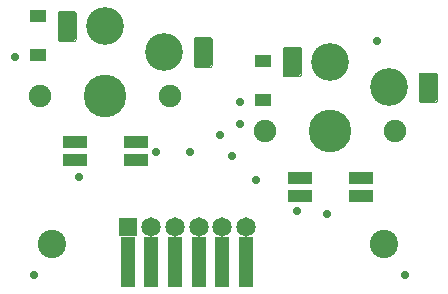
<source format=gbs>
G04 EAGLE Gerber RS-274X export*
G75*
%MOMM*%
%FSLAX34Y34*%
%LPD*%
%INSoldermask Bottom*%
%IPPOS*%
%AMOC8*
5,1,8,0,0,1.08239X$1,22.5*%
G01*
G04 Define Apertures*
%ADD10C,2.403200*%
%ADD11R,1.423200X1.113200*%
%ADD12R,2.003200X1.023200*%
%ADD13C,0.120000*%
%ADD14C,3.603200*%
%ADD15C,1.903200*%
%ADD16C,3.203200*%
%ADD17R,1.643200X1.643200*%
%ADD18C,1.643200*%
%ADD19R,1.203200X4.203200*%
%ADD20C,0.705600*%
G36*
X-120250Y69500D02*
X-120250Y48500D01*
X-122250Y46500D01*
X-133400Y46500D01*
X-135400Y48500D01*
X-135400Y69500D01*
X-133400Y71500D01*
X-122250Y71500D01*
X-120250Y69500D01*
G37*
G36*
X-5100Y47500D02*
X-5100Y26500D01*
X-7100Y24500D01*
X-18250Y24500D01*
X-20250Y26500D01*
X-20250Y47500D01*
X-18250Y49500D01*
X-7100Y49500D01*
X-5100Y47500D01*
G37*
G36*
X70250Y39500D02*
X70250Y18500D01*
X68250Y16500D01*
X57100Y16500D01*
X55100Y18500D01*
X55100Y39500D01*
X57100Y41500D01*
X68250Y41500D01*
X70250Y39500D01*
G37*
G36*
X185400Y17500D02*
X185400Y-3500D01*
X183400Y-5500D01*
X172250Y-5500D01*
X170250Y-3500D01*
X170250Y17500D01*
X172250Y19500D01*
X183400Y19500D01*
X185400Y17500D01*
G37*
D10*
X-140500Y-125250D03*
X140500Y-125250D03*
D11*
X-152400Y34450D03*
X-152400Y67150D03*
X38100Y-3650D03*
X38100Y29050D03*
D12*
X-121250Y-54500D03*
X-121250Y-39500D03*
X-69250Y-39500D03*
X-69250Y-54500D03*
X69250Y-84500D03*
X69250Y-69500D03*
X121250Y-69500D03*
X121250Y-84500D03*
D13*
X-5100Y26500D02*
X-5100Y47500D01*
X-7100Y49500D02*
X-18250Y49500D01*
X-18250Y24500D02*
X-7100Y24500D01*
X-20250Y26500D02*
X-20250Y47500D01*
X-120250Y48500D02*
X-120250Y69500D01*
X-122250Y71500D02*
X-133400Y71500D01*
X-133400Y46500D02*
X-122250Y46500D01*
X-135400Y48500D02*
X-135400Y69500D01*
X-7100Y24500D02*
X-7013Y24502D01*
X-6926Y24508D01*
X-6839Y24517D01*
X-6753Y24530D01*
X-6667Y24547D01*
X-6582Y24568D01*
X-6499Y24593D01*
X-6416Y24621D01*
X-6335Y24652D01*
X-6255Y24687D01*
X-6176Y24726D01*
X-6100Y24768D01*
X-6025Y24813D01*
X-5953Y24862D01*
X-5882Y24913D01*
X-5814Y24968D01*
X-5749Y25025D01*
X-5686Y25086D01*
X-5625Y25149D01*
X-5568Y25214D01*
X-5513Y25282D01*
X-5462Y25353D01*
X-5413Y25425D01*
X-5368Y25500D01*
X-5326Y25576D01*
X-5287Y25655D01*
X-5252Y25735D01*
X-5221Y25816D01*
X-5193Y25899D01*
X-5168Y25982D01*
X-5147Y26067D01*
X-5130Y26153D01*
X-5117Y26239D01*
X-5108Y26326D01*
X-5102Y26413D01*
X-5100Y26500D01*
X-5100Y47500D02*
X-5102Y47587D01*
X-5108Y47674D01*
X-5117Y47761D01*
X-5130Y47847D01*
X-5147Y47933D01*
X-5168Y48018D01*
X-5193Y48101D01*
X-5221Y48184D01*
X-5252Y48265D01*
X-5287Y48345D01*
X-5326Y48424D01*
X-5368Y48500D01*
X-5413Y48575D01*
X-5462Y48647D01*
X-5513Y48718D01*
X-5568Y48786D01*
X-5625Y48851D01*
X-5686Y48914D01*
X-5749Y48975D01*
X-5814Y49032D01*
X-5882Y49087D01*
X-5953Y49138D01*
X-6025Y49187D01*
X-6100Y49232D01*
X-6176Y49274D01*
X-6255Y49313D01*
X-6335Y49348D01*
X-6416Y49379D01*
X-6499Y49407D01*
X-6582Y49432D01*
X-6667Y49453D01*
X-6753Y49470D01*
X-6839Y49483D01*
X-6926Y49492D01*
X-7013Y49498D01*
X-7100Y49500D01*
X-20250Y26500D02*
X-20248Y26413D01*
X-20242Y26326D01*
X-20233Y26239D01*
X-20220Y26153D01*
X-20203Y26067D01*
X-20182Y25982D01*
X-20157Y25899D01*
X-20129Y25816D01*
X-20098Y25735D01*
X-20063Y25655D01*
X-20024Y25576D01*
X-19982Y25500D01*
X-19937Y25425D01*
X-19888Y25353D01*
X-19837Y25282D01*
X-19782Y25214D01*
X-19725Y25149D01*
X-19664Y25086D01*
X-19601Y25025D01*
X-19536Y24968D01*
X-19468Y24913D01*
X-19397Y24862D01*
X-19325Y24813D01*
X-19250Y24768D01*
X-19174Y24726D01*
X-19095Y24687D01*
X-19015Y24652D01*
X-18934Y24621D01*
X-18851Y24593D01*
X-18768Y24568D01*
X-18683Y24547D01*
X-18597Y24530D01*
X-18511Y24517D01*
X-18424Y24508D01*
X-18337Y24502D01*
X-18250Y24500D01*
X-20250Y47500D02*
X-20248Y47587D01*
X-20242Y47674D01*
X-20233Y47761D01*
X-20220Y47847D01*
X-20203Y47933D01*
X-20182Y48018D01*
X-20157Y48101D01*
X-20129Y48184D01*
X-20098Y48265D01*
X-20063Y48345D01*
X-20024Y48424D01*
X-19982Y48500D01*
X-19937Y48575D01*
X-19888Y48647D01*
X-19837Y48718D01*
X-19782Y48786D01*
X-19725Y48851D01*
X-19664Y48914D01*
X-19601Y48975D01*
X-19536Y49032D01*
X-19468Y49087D01*
X-19397Y49138D01*
X-19325Y49187D01*
X-19250Y49232D01*
X-19174Y49274D01*
X-19095Y49313D01*
X-19015Y49348D01*
X-18934Y49379D01*
X-18851Y49407D01*
X-18768Y49432D01*
X-18683Y49453D01*
X-18597Y49470D01*
X-18511Y49483D01*
X-18424Y49492D01*
X-18337Y49498D01*
X-18250Y49500D01*
X-120250Y48500D02*
X-120252Y48413D01*
X-120258Y48326D01*
X-120267Y48239D01*
X-120280Y48153D01*
X-120297Y48067D01*
X-120318Y47982D01*
X-120343Y47899D01*
X-120371Y47816D01*
X-120402Y47735D01*
X-120437Y47655D01*
X-120476Y47576D01*
X-120518Y47500D01*
X-120563Y47425D01*
X-120612Y47353D01*
X-120663Y47282D01*
X-120718Y47214D01*
X-120775Y47149D01*
X-120836Y47086D01*
X-120899Y47025D01*
X-120964Y46968D01*
X-121032Y46913D01*
X-121103Y46862D01*
X-121175Y46813D01*
X-121250Y46768D01*
X-121326Y46726D01*
X-121405Y46687D01*
X-121485Y46652D01*
X-121566Y46621D01*
X-121649Y46593D01*
X-121732Y46568D01*
X-121817Y46547D01*
X-121903Y46530D01*
X-121989Y46517D01*
X-122076Y46508D01*
X-122163Y46502D01*
X-122250Y46500D01*
X-120250Y69500D02*
X-120252Y69587D01*
X-120258Y69674D01*
X-120267Y69761D01*
X-120280Y69847D01*
X-120297Y69933D01*
X-120318Y70018D01*
X-120343Y70101D01*
X-120371Y70184D01*
X-120402Y70265D01*
X-120437Y70345D01*
X-120476Y70424D01*
X-120518Y70500D01*
X-120563Y70575D01*
X-120612Y70647D01*
X-120663Y70718D01*
X-120718Y70786D01*
X-120775Y70851D01*
X-120836Y70914D01*
X-120899Y70975D01*
X-120964Y71032D01*
X-121032Y71087D01*
X-121103Y71138D01*
X-121175Y71187D01*
X-121250Y71232D01*
X-121326Y71274D01*
X-121405Y71313D01*
X-121485Y71348D01*
X-121566Y71379D01*
X-121649Y71407D01*
X-121732Y71432D01*
X-121817Y71453D01*
X-121903Y71470D01*
X-121989Y71483D01*
X-122076Y71492D01*
X-122163Y71498D01*
X-122250Y71500D01*
X-135400Y48500D02*
X-135398Y48413D01*
X-135392Y48326D01*
X-135383Y48239D01*
X-135370Y48153D01*
X-135353Y48067D01*
X-135332Y47982D01*
X-135307Y47899D01*
X-135279Y47816D01*
X-135248Y47735D01*
X-135213Y47655D01*
X-135174Y47576D01*
X-135132Y47500D01*
X-135087Y47425D01*
X-135038Y47353D01*
X-134987Y47282D01*
X-134932Y47214D01*
X-134875Y47149D01*
X-134814Y47086D01*
X-134751Y47025D01*
X-134686Y46968D01*
X-134618Y46913D01*
X-134547Y46862D01*
X-134475Y46813D01*
X-134400Y46768D01*
X-134324Y46726D01*
X-134245Y46687D01*
X-134165Y46652D01*
X-134084Y46621D01*
X-134001Y46593D01*
X-133918Y46568D01*
X-133833Y46547D01*
X-133747Y46530D01*
X-133661Y46517D01*
X-133574Y46508D01*
X-133487Y46502D01*
X-133400Y46500D01*
X-135400Y69500D02*
X-135398Y69587D01*
X-135392Y69674D01*
X-135383Y69761D01*
X-135370Y69847D01*
X-135353Y69933D01*
X-135332Y70018D01*
X-135307Y70101D01*
X-135279Y70184D01*
X-135248Y70265D01*
X-135213Y70345D01*
X-135174Y70424D01*
X-135132Y70500D01*
X-135087Y70575D01*
X-135038Y70647D01*
X-134987Y70718D01*
X-134932Y70786D01*
X-134875Y70851D01*
X-134814Y70914D01*
X-134751Y70975D01*
X-134686Y71032D01*
X-134618Y71087D01*
X-134547Y71138D01*
X-134475Y71187D01*
X-134400Y71232D01*
X-134324Y71274D01*
X-134245Y71313D01*
X-134165Y71348D01*
X-134084Y71379D01*
X-134001Y71407D01*
X-133918Y71432D01*
X-133833Y71453D01*
X-133747Y71470D01*
X-133661Y71483D01*
X-133574Y71492D01*
X-133487Y71498D01*
X-133400Y71500D01*
D14*
X-95250Y0D03*
D15*
X-150250Y0D03*
X-40250Y0D03*
D16*
X-45250Y37000D03*
X-95250Y59000D03*
D13*
X185400Y17500D02*
X185400Y-3500D01*
X183400Y19500D02*
X172250Y19500D01*
X172250Y-5500D02*
X183400Y-5500D01*
X170250Y-3500D02*
X170250Y17500D01*
X70250Y18500D02*
X70250Y39500D01*
X68250Y41500D02*
X57100Y41500D01*
X57100Y16500D02*
X68250Y16500D01*
X55100Y18500D02*
X55100Y39500D01*
X183400Y-5500D02*
X183487Y-5498D01*
X183574Y-5492D01*
X183661Y-5483D01*
X183747Y-5470D01*
X183833Y-5453D01*
X183918Y-5432D01*
X184001Y-5407D01*
X184084Y-5379D01*
X184165Y-5348D01*
X184245Y-5313D01*
X184324Y-5274D01*
X184400Y-5232D01*
X184475Y-5187D01*
X184547Y-5138D01*
X184618Y-5087D01*
X184686Y-5032D01*
X184751Y-4975D01*
X184814Y-4914D01*
X184875Y-4851D01*
X184932Y-4786D01*
X184987Y-4718D01*
X185038Y-4647D01*
X185087Y-4575D01*
X185132Y-4500D01*
X185174Y-4424D01*
X185213Y-4345D01*
X185248Y-4265D01*
X185279Y-4184D01*
X185307Y-4101D01*
X185332Y-4018D01*
X185353Y-3933D01*
X185370Y-3847D01*
X185383Y-3761D01*
X185392Y-3674D01*
X185398Y-3587D01*
X185400Y-3500D01*
X185400Y17500D02*
X185398Y17587D01*
X185392Y17674D01*
X185383Y17761D01*
X185370Y17847D01*
X185353Y17933D01*
X185332Y18018D01*
X185307Y18101D01*
X185279Y18184D01*
X185248Y18265D01*
X185213Y18345D01*
X185174Y18424D01*
X185132Y18500D01*
X185087Y18575D01*
X185038Y18647D01*
X184987Y18718D01*
X184932Y18786D01*
X184875Y18851D01*
X184814Y18914D01*
X184751Y18975D01*
X184686Y19032D01*
X184618Y19087D01*
X184547Y19138D01*
X184475Y19187D01*
X184400Y19232D01*
X184324Y19274D01*
X184245Y19313D01*
X184165Y19348D01*
X184084Y19379D01*
X184001Y19407D01*
X183918Y19432D01*
X183833Y19453D01*
X183747Y19470D01*
X183661Y19483D01*
X183574Y19492D01*
X183487Y19498D01*
X183400Y19500D01*
X170250Y-3500D02*
X170252Y-3587D01*
X170258Y-3674D01*
X170267Y-3761D01*
X170280Y-3847D01*
X170297Y-3933D01*
X170318Y-4018D01*
X170343Y-4101D01*
X170371Y-4184D01*
X170402Y-4265D01*
X170437Y-4345D01*
X170476Y-4424D01*
X170518Y-4500D01*
X170563Y-4575D01*
X170612Y-4647D01*
X170663Y-4718D01*
X170718Y-4786D01*
X170775Y-4851D01*
X170836Y-4914D01*
X170899Y-4975D01*
X170964Y-5032D01*
X171032Y-5087D01*
X171103Y-5138D01*
X171175Y-5187D01*
X171250Y-5232D01*
X171326Y-5274D01*
X171405Y-5313D01*
X171485Y-5348D01*
X171566Y-5379D01*
X171649Y-5407D01*
X171732Y-5432D01*
X171817Y-5453D01*
X171903Y-5470D01*
X171989Y-5483D01*
X172076Y-5492D01*
X172163Y-5498D01*
X172250Y-5500D01*
X170250Y17500D02*
X170252Y17587D01*
X170258Y17674D01*
X170267Y17761D01*
X170280Y17847D01*
X170297Y17933D01*
X170318Y18018D01*
X170343Y18101D01*
X170371Y18184D01*
X170402Y18265D01*
X170437Y18345D01*
X170476Y18424D01*
X170518Y18500D01*
X170563Y18575D01*
X170612Y18647D01*
X170663Y18718D01*
X170718Y18786D01*
X170775Y18851D01*
X170836Y18914D01*
X170899Y18975D01*
X170964Y19032D01*
X171032Y19087D01*
X171103Y19138D01*
X171175Y19187D01*
X171250Y19232D01*
X171326Y19274D01*
X171405Y19313D01*
X171485Y19348D01*
X171566Y19379D01*
X171649Y19407D01*
X171732Y19432D01*
X171817Y19453D01*
X171903Y19470D01*
X171989Y19483D01*
X172076Y19492D01*
X172163Y19498D01*
X172250Y19500D01*
X70250Y18500D02*
X70248Y18413D01*
X70242Y18326D01*
X70233Y18239D01*
X70220Y18153D01*
X70203Y18067D01*
X70182Y17982D01*
X70157Y17899D01*
X70129Y17816D01*
X70098Y17735D01*
X70063Y17655D01*
X70024Y17576D01*
X69982Y17500D01*
X69937Y17425D01*
X69888Y17353D01*
X69837Y17282D01*
X69782Y17214D01*
X69725Y17149D01*
X69664Y17086D01*
X69601Y17025D01*
X69536Y16968D01*
X69468Y16913D01*
X69397Y16862D01*
X69325Y16813D01*
X69250Y16768D01*
X69174Y16726D01*
X69095Y16687D01*
X69015Y16652D01*
X68934Y16621D01*
X68851Y16593D01*
X68768Y16568D01*
X68683Y16547D01*
X68597Y16530D01*
X68511Y16517D01*
X68424Y16508D01*
X68337Y16502D01*
X68250Y16500D01*
X70250Y39500D02*
X70248Y39587D01*
X70242Y39674D01*
X70233Y39761D01*
X70220Y39847D01*
X70203Y39933D01*
X70182Y40018D01*
X70157Y40101D01*
X70129Y40184D01*
X70098Y40265D01*
X70063Y40345D01*
X70024Y40424D01*
X69982Y40500D01*
X69937Y40575D01*
X69888Y40647D01*
X69837Y40718D01*
X69782Y40786D01*
X69725Y40851D01*
X69664Y40914D01*
X69601Y40975D01*
X69536Y41032D01*
X69468Y41087D01*
X69397Y41138D01*
X69325Y41187D01*
X69250Y41232D01*
X69174Y41274D01*
X69095Y41313D01*
X69015Y41348D01*
X68934Y41379D01*
X68851Y41407D01*
X68768Y41432D01*
X68683Y41453D01*
X68597Y41470D01*
X68511Y41483D01*
X68424Y41492D01*
X68337Y41498D01*
X68250Y41500D01*
X55100Y18500D02*
X55102Y18413D01*
X55108Y18326D01*
X55117Y18239D01*
X55130Y18153D01*
X55147Y18067D01*
X55168Y17982D01*
X55193Y17899D01*
X55221Y17816D01*
X55252Y17735D01*
X55287Y17655D01*
X55326Y17576D01*
X55368Y17500D01*
X55413Y17425D01*
X55462Y17353D01*
X55513Y17282D01*
X55568Y17214D01*
X55625Y17149D01*
X55686Y17086D01*
X55749Y17025D01*
X55814Y16968D01*
X55882Y16913D01*
X55953Y16862D01*
X56025Y16813D01*
X56100Y16768D01*
X56176Y16726D01*
X56255Y16687D01*
X56335Y16652D01*
X56416Y16621D01*
X56499Y16593D01*
X56582Y16568D01*
X56667Y16547D01*
X56753Y16530D01*
X56839Y16517D01*
X56926Y16508D01*
X57013Y16502D01*
X57100Y16500D01*
X55100Y39500D02*
X55102Y39587D01*
X55108Y39674D01*
X55117Y39761D01*
X55130Y39847D01*
X55147Y39933D01*
X55168Y40018D01*
X55193Y40101D01*
X55221Y40184D01*
X55252Y40265D01*
X55287Y40345D01*
X55326Y40424D01*
X55368Y40500D01*
X55413Y40575D01*
X55462Y40647D01*
X55513Y40718D01*
X55568Y40786D01*
X55625Y40851D01*
X55686Y40914D01*
X55749Y40975D01*
X55814Y41032D01*
X55882Y41087D01*
X55953Y41138D01*
X56025Y41187D01*
X56100Y41232D01*
X56176Y41274D01*
X56255Y41313D01*
X56335Y41348D01*
X56416Y41379D01*
X56499Y41407D01*
X56582Y41432D01*
X56667Y41453D01*
X56753Y41470D01*
X56839Y41483D01*
X56926Y41492D01*
X57013Y41498D01*
X57100Y41500D01*
D14*
X95250Y-30000D03*
D15*
X40250Y-30000D03*
X150250Y-30000D03*
D16*
X145250Y7000D03*
X95250Y29000D03*
D17*
X-76200Y-110900D03*
D18*
X-56200Y-110900D03*
X-36200Y-110900D03*
X-16200Y-110900D03*
X3800Y-110900D03*
X23800Y-110900D03*
D19*
X-76200Y-140900D03*
X-56200Y-140900D03*
X-36200Y-140900D03*
X-16200Y-140900D03*
X3800Y-140900D03*
X23800Y-140900D03*
D20*
X18800Y-5400D03*
X2100Y-32900D03*
X92400Y-100500D03*
X11900Y-51000D03*
X-52100Y-47400D03*
X-23900Y-47400D03*
X-117800Y-69200D03*
X67100Y-97700D03*
X32400Y-71400D03*
X158800Y-151900D03*
X-155500Y-151900D03*
X-171800Y32500D03*
X135100Y46000D03*
X19000Y-24200D03*
M02*

</source>
